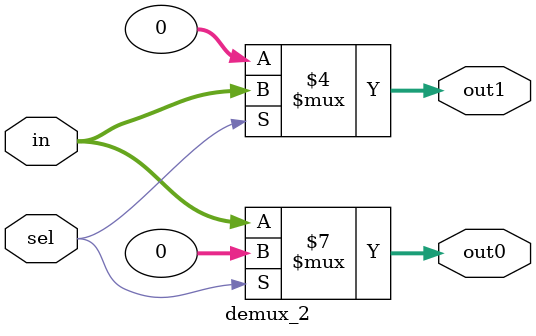
<source format=v>
module demux_2 #(
    parameter WIDTH = 32
) (
    input  wire [WIDTH-1:0]  in,    
    input  wire              sel, 
    output reg  [WIDTH-1:0]  out0,  
    output reg  [WIDTH-1:0]  out1  
);

    always @(sel or in) begin
        if (sel == 1'b0) begin
            out0 = in;
            out1 = {WIDTH{1'b0}};
        end else begin
            out0 = {WIDTH{1'b0}};
            out1 = in;
        end
    end

endmodule

</source>
